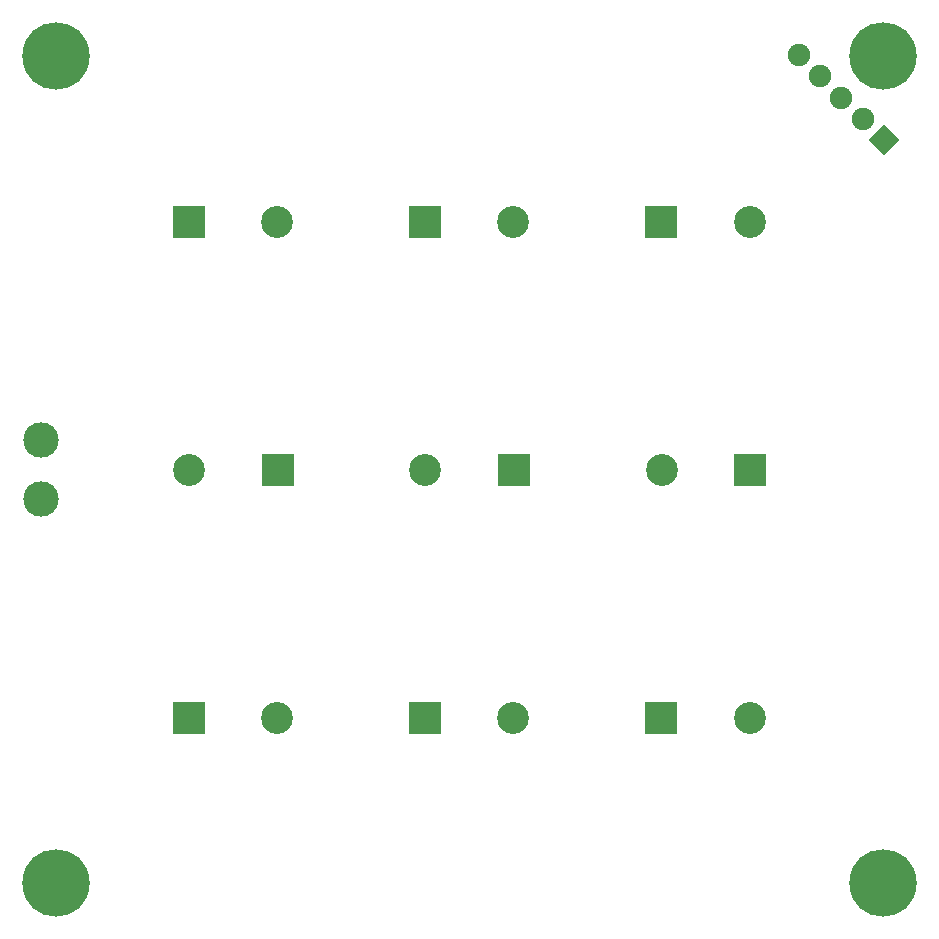
<source format=gbs>
G04*
G04 #@! TF.GenerationSoftware,Altium Limited,Altium Designer,23.3.1 (30)*
G04*
G04 Layer_Color=16711935*
%FSLAX25Y25*%
%MOIN*%
G70*
G04*
G04 #@! TF.SameCoordinates,CC060F13-8039-4013-9EB4-17962B1888DE*
G04*
G04*
G04 #@! TF.FilePolarity,Negative*
G04*
G01*
G75*
%ADD52C,0.11824*%
%ADD53C,0.07493*%
%ADD54P,0.10597X4X180.0*%
%ADD55C,0.10642*%
%ADD56R,0.10642X0.10642*%
%ADD57C,0.22453*%
D52*
X14764Y147636D02*
D03*
Y167321D02*
D03*
D53*
X267354Y295638D02*
D03*
X274425Y288567D02*
D03*
X281496Y281496D02*
D03*
X288567Y274425D02*
D03*
D54*
X295638Y267354D02*
D03*
D55*
X172126Y74803D02*
D03*
X250866D02*
D03*
X93386D02*
D03*
X142835Y157480D02*
D03*
X221575D02*
D03*
X64095D02*
D03*
X250866Y240158D02*
D03*
X172126D02*
D03*
X93386D02*
D03*
D56*
X142598Y74803D02*
D03*
X221339D02*
D03*
X63858D02*
D03*
X172362Y157480D02*
D03*
X251102D02*
D03*
X93622D02*
D03*
X221339Y240158D02*
D03*
X142598D02*
D03*
X63858D02*
D03*
D57*
X295276Y295276D02*
D03*
X19685D02*
D03*
X295276Y19685D02*
D03*
X19685D02*
D03*
M02*

</source>
